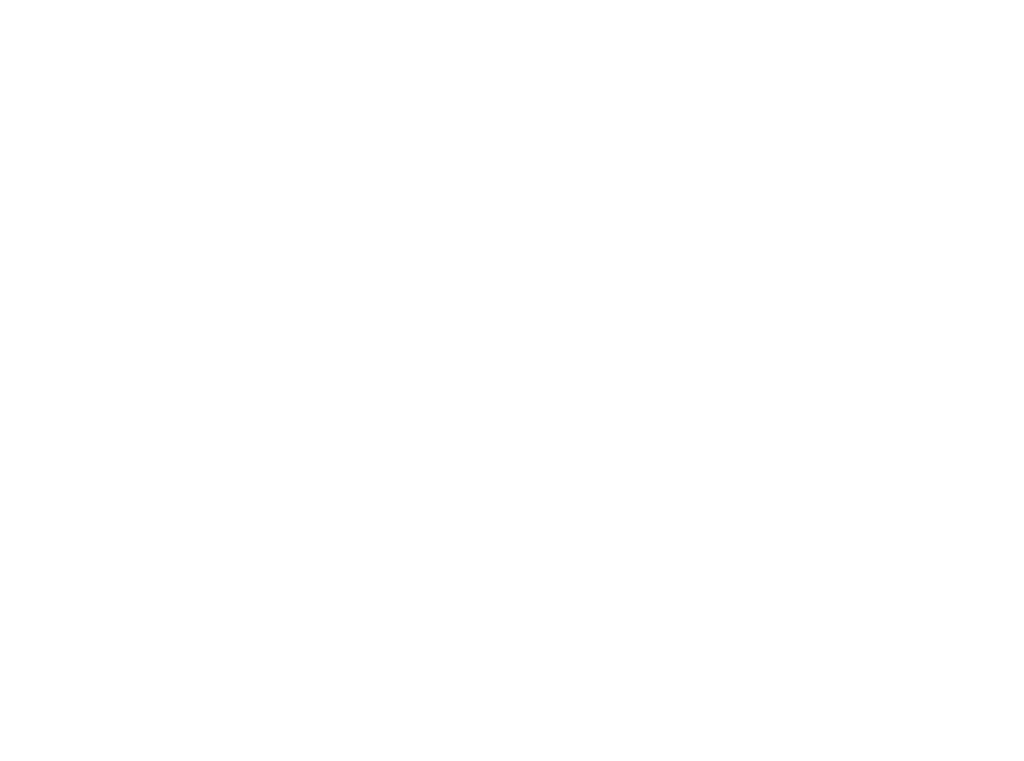
<source format=kicad_pcb>
(kicad_pcb
	(version 20240108)
	(generator "pcbnew")
	(generator_version "8.0")
	(general
		(thickness 1.6)
		(legacy_teardrops no)
	)
	(paper "A4")
	(layers
		(0 "F.Cu" signal)
		(31 "B.Cu" signal)
		(32 "B.Adhes" user "B.Adhesive")
		(33 "F.Adhes" user "F.Adhesive")
		(34 "B.Paste" user)
		(35 "F.Paste" user)
		(36 "B.SilkS" user "B.Silkscreen")
		(37 "F.SilkS" user "F.Silkscreen")
		(38 "B.Mask" user)
		(39 "F.Mask" user)
		(40 "Dwgs.User" user "User.Drawings")
		(41 "Cmts.User" user "User.Comments")
		(42 "Eco1.User" user "User.Eco1")
		(43 "Eco2.User" user "User.Eco2")
		(44 "Edge.Cuts" user)
		(45 "Margin" user)
		(46 "B.CrtYd" user "B.Courtyard")
		(47 "F.CrtYd" user "F.Courtyard")
		(48 "B.Fab" user)
		(49 "F.Fab" user)
		(50 "User.1" user)
		(51 "User.2" user)
		(52 "User.3" user)
		(53 "User.4" user)
		(54 "User.5" user)
		(55 "User.6" user)
		(56 "User.7" user)
		(57 "User.8" user)
		(58 "User.9" user)
	)
	(setup
		(pad_to_mask_clearance 0)
		(allow_soldermask_bridges_in_footprints no)
		(pcbplotparams
			(layerselection 0x00010fc_ffffffff)
			(plot_on_all_layers_selection 0x0000000_00000000)
			(disableapertmacros no)
			(usegerberextensions no)
			(usegerberattributes yes)
			(usegerberadvancedattributes yes)
			(creategerberjobfile yes)
			(dashed_line_dash_ratio 12.000000)
			(dashed_line_gap_ratio 3.000000)
			(svgprecision 4)
			(plotframeref no)
			(viasonmask no)
			(mode 1)
			(useauxorigin no)
			(hpglpennumber 1)
			(hpglpenspeed 20)
			(hpglpendiameter 15.000000)
			(pdf_front_fp_property_popups yes)
			(pdf_back_fp_property_popups yes)
			(dxfpolygonmode yes)
			(dxfimperialunits yes)
			(dxfusepcbnewfont yes)
			(psnegative no)
			(psa4output no)
			(plotreference yes)
			(plotvalue yes)
			(plotfptext yes)
			(plotinvisibletext no)
			(sketchpadsonfab no)
			(subtractmaskfromsilk no)
			(outputformat 1)
			(mirror no)
			(drillshape 1)
			(scaleselection 1)
			(outputdirectory "")
		)
	)
	(net 0 "")
	(gr_line
		(start 220 60)
		(end 220 32)
		(stroke
			(width 0.2)
			(type default)
		)
		(layer "Dwgs.User")
		(uuid "005b6fd7-bf98-4eda-8c6c-e40e2590c903")
	)
	(gr_line
		(start 281.5 58.5)
		(end 283.5 58.5)
		(stroke
			(width 0.2)
			(type default)
		)
		(layer "Dwgs.User")
		(uuid "035506c0-be8c-4cfc-be9e-1e13931daf7a")
	)
	(gr_arc
		(start 206.5 3.5)
		(mid 206.085786 2.5)
		(end 206.5 1.5)
		(stroke
			(width 0.2)
			(type default)
		)
		(layer "Dwgs.User")
		(uuid "04a3c1a2-ff18-448a-bb1e-b57612e2b0ba")
	)
	(gr_line
		(start 278 26)
		(end 283 29)
		(stroke
			(width 0.2)
			(type default)
		)
		(layer "Dwgs.User")
		(uuid "0a277dce-0949-4acd-8a50-b1e0b6f3a928")
	)
	(gr_circle
		(center 217.5 50)
		(end 218.5 50)
		(stroke
			(width 0.2)
			(type default)
		)
		(fill none)
		(layer "Dwgs.User")
		(uuid "0be0b91a-84ac-4a11-8ebd-b8aed6ef2628")
	)
	(gr_line
		(start 215 30)
		(end 206 33)
		(stroke
			(width 0.2)
			(type default)
		)
		(layer "Dwgs.User")
		(uuid "0e0930fc-ba4e-4108-8a9c-359bffb88cda")
	)
	(gr_line
		(start 206.5 58.5)
		(end 208.5 58.5)
		(stroke
			(width 0.2)
			(type default)
		)
		(layer "Dwgs.User")
		(uuid "13e08e9a-49b8-4419-89bb-86f19f30015f")
	)
	(gr_line
		(start 265 28)
		(end 256 31)
		(stroke
			(width 0.2)
			(type default)
		)
		(layer "Dwgs.User")
		(uuid "17684fa4-94fd-4d4f-8b2c-1461f10b2879")
	)
	(gr_line
		(start 256.5 1.5)
		(end 258.5 1.5)
		(stroke
			(width 0.2)
			(type default)
		)
		(layer "Dwgs.User")
		(uuid "18e817b8-c806-4f76-8b03-12b382fa172d")
	)
	(gr_line
		(start 206.5 56.5)
		(end 208.5 56.5)
		(stroke
			(width 0.2)
			(type default)
		)
		(layer "Dwgs.User")
		(uuid "1fdb8480-632c-468c-a481-51b7e177d549")
	)
	(gr_arc
		(start 208.5 1.5)
		(mid 208.914214 2.5)
		(end 208.5 3.5)
		(stroke
			(width 0.2)
			(type default)
		)
		(layer "Dwgs.User")
		(uuid "2251768e-de4d-4f19-9996-a5bc19dbe45a")
	)
	(gr_line
		(start 270 30)
		(end 265 28)
		(stroke
			(width 0.2)
			(type default)
		)
		(layer "Dwgs.User")
		(uuid "29d54c80-cbea-4b37-b884-691b52aa60fb")
	)
	(gr_line
		(start 220 0)
		(end 220 30)
		(stroke
			(width 0.2)
			(type default)
		)
		(layer "Dwgs.User")
		(uuid "2a9e19b2-3f6f-415a-82b2-3cb7beeb2c63")
	)
	(gr_line
		(start 283 29)
		(end 290 28)
		(stroke
			(width 0.2)
			(type default)
		)
		(layer "Dwgs.User")
		(uuid "2b512eb7-3670-49dc-b2eb-ca834d0ed4eb")
	)
	(gr_line
		(start 256 33)
		(end 250 32)
		(stroke
			(width 0.2)
			(type default)
		)
		(layer "Dwgs.User")
		(uuid "2de4b550-c76b-47e6-a1f9-8d16262fe289")
	)
	(gr_line
		(start 198 -3)
		(end 198 63)
		(stroke
			(width 0.2)
			(type default)
		)
		(layer "Dwgs.User")
		(uuid "36b2c7c3-d22c-45a9-a384-d4a26f72adef")
	)
	(gr_line
		(start 220 32)
		(end 215 30)
		(stroke
			(width 0.2)
			(type default)
		)
		(layer "Dwgs.User")
		(uuid "3c3825cb-29c5-4f02-86e6-49ac479db01a")
	)
	(gr_line
		(start 206.5 3.5)
		(end 208.5 3.5)
		(stroke
			(width 0.2)
			(type default)
		)
		(layer "Dwgs.User")
		(uuid "4971f3ed-7be5-4929-84d6-4902a4ca4f0c")
	)
	(gr_line
		(start 281.5 1.5)
		(end 283.5 1.5)
		(stroke
			(width 0.2)
			(type default)
		)
		(layer "Dwgs.User")
		(uuid "4a28f4f8-a702-4a77-bed4-848e8641cd7c")
	)
	(gr_arc
		(start 256.5 3.5)
		(mid 256.085786 2.5)
		(end 256.5 1.5)
		(stroke
			(width 0.2)
			(type default)
		)
		(layer "Dwgs.User")
		(uuid "512fc82a-3f15-47f5-869d-a3f697c47b83")
	)
	(gr_circle
		(center 257.5 10)
		(end 258.5 10)
		(stroke
			(width 0.2)
			(type default)
		)
		(fill none)
		(layer "Dwgs.User")
		(uuid "5475ecd6-77e4-4d0b-a8bd-ec7366261c0e")
	)
	(gr_line
		(start 278 28)
		(end 283 31)
		(stroke
			(width 0.2)
			(type default)
		)
		(layer "Dwgs.User")
		(uuid "55475b83-865d-4182-8889-dfd43ef3c952")
	)
	(gr_line
		(start 265 30)
		(end 256 33)
		(stroke
			(width 0.2)
			(type default)
		)
		(layer "Dwgs.User")
		(uuid "5f14d9c8-918d-49ae-be93-8c529394fc94")
	)
	(gr_line
		(start 220 30)
		(end 215 28)
		(stroke
			(width 0.2)
			(type default)
		)
		(layer "Dwgs.User")
		(uuid "6a6b2e6a-2543-45da-a65b-bb45e4e70f8e")
	)
	(gr_line
		(start 256.5 3.5)
		(end 258.5 3.5)
		(stroke
			(width 0.2)
			(type default)
		)
		(layer "Dwgs.User")
		(uuid "6b67ccf1-d51d-4ebb-86e2-5a046e3fc0ca")
	)
	(gr_circle
		(center 252.5 50)
		(end 253.5 50)
		(stroke
			(width 0.2)
			(type default)
		)
		(fill none)
		(layer "Dwgs.User")
		(uuid "707f013c-71f5-4c61-96f5-a400d1533a70")
	)
	(gr_circle
		(center 202.5 50)
		(end 203.5 50)
		(stroke
			(width 0.2)
			(type default)
		)
		(fill none)
		(layer "Dwgs.User")
		(uuid "711fc537-73b8-4339-8dbf-dea9d06f0ddb")
	)
	(gr_line
		(start 290 60)
		(end 290 30)
		(stroke
			(width 0.2)
			(type default)
		)
		(layer "Dwgs.User")
		(uuid "71cb0800-acaa-4d60-b2bb-8db72b7b7f87")
	)
	(gr_line
		(start 200 30)
		(end 200 0)
		(stroke
			(width 0.2)
			(type default)
		)
		(layer "Dwgs.User")
		(uuid "7454a752-d366-40c9-a8ae-622d648ff451")
	)
	(gr_arc
		(start 258.5 56.5)
		(mid 258.914214 57.5)
		(end 258.5 58.5)
		(stroke
			(width 0.2)
			(type default)
		)
		(layer "Dwgs.User")
		(uuid "7824ff03-39a0-42cb-88fd-33e1e0716ab6")
	)
	(gr_line
		(start 200 32)
		(end 200 60)
		(stroke
			(width 0.2)
			(type default)
		)
		(layer "Dwgs.User")
		(uuid "7b99f498-02bc-42a2-8432-c0adeb2992d2")
	)
	(gr_line
		(start 250 30)
		(end 250 0)
		(stroke
			(width 0.2)
			(type default)
		)
		(layer "Dwgs.User")
		(uuid "7d9b3ee4-2b2c-46dc-8b18-288a84d25e54")
	)
	(gr_line
		(start 222 -3)
		(end 222 63)
		(stroke
			(width 0.2)
			(type default)
		)
		(layer "Dwgs.User")
		(uuid "80506e28-ee16-4881-8202-9b779c41e472")
	)
	(gr_line
		(start 250 0)
		(end 290 0)
		(stroke
			(width 0.2)
			(type default)
		)
		(layer "Dwgs.User")
		(uuid "86275e91-2842-4f5e-8bb9-7313e924fd06")
	)
	(gr_arc
		(start 206.5 58.5)
		(mid 206.085786 57.5)
		(end 206.5 56.5)
		(stroke
			(width 0.2)
			(type default)
		)
		(layer "Dwgs.User")
		(uuid "8b4bfb47-82d6-4606-8142-11868de1da53")
	)
	(gr_line
		(start 206 33)
		(end 200 32)
		(stroke
			(width 0.2)
			(type default)
		)
		(layer "Dwgs.User")
		(uuid "8dbb2329-05e2-43d5-9e4f-8ce1e9fa53c2")
	)
	(gr_circle
		(center 207.5 50)
		(end 208.5 50)
		(stroke
			(width 0.2)
			(type default)
		)
		(fill none)
		(layer "Dwgs.User")
		(uuid "92bc73e6-aaf4-46a9-892e-4431d8058a92")
	)
	(gr_line
		(start 270 32)
		(end 265 30)
		(stroke
			(width 0.2)
			(type default)
		)
		(layer "Dwgs.User")
		(uuid "946d3802-cae9-45db-95c9-4048968b7597")
	)
	(gr_circle
		(center 262.5 50)
		(end 263.5 50)
		(stroke
			(width 0.2)
			(type default)
		)
		(fill none)
		(layer "Dwgs.User")
		(uuid "9b5855c4-e567-492c-aadd-36e79d90c1b0")
	)
	(gr_line
		(start 281.5 3.5)
		(end 283.5 3.5)
		(stroke
			(width 0.2)
			(type default)
		)
		(layer "Dwgs.User")
		(uuid "a0c7d46b-ef60-4079-b688-a87060b9213c")
	)
	(gr_line
		(start 248 -3)
		(end 248 63)
		(stroke
			(width 0.2)
			(type default)
		)
		(layer "Dwgs.User")
		(uuid "a136ddbc-dc03-4f02-b13a-2f20f60cff8d")
	)
	(gr_line
		(start 200 60)
		(end 220 60)
		(stroke
			(width 0.2)
			(type default)
		)
		(layer "Dwgs.User")
		(uuid "a6fa9ee7-2ce7-4cb3-a0f3-f7c976dc2c7a")
	)
	(gr_line
		(start 250 32)
		(end 250 60)
		(stroke
			(width 0.2)
			(type default)
		)
		(layer "Dwgs.User")
		(uuid "aac5e751-362f-4145-8ecc-31ecc967ceb2")
	)
	(gr_arc
		(start 208.5 56.5)
		(mid 208.914214 57.5)
		(end 208.5 58.5)
		(stroke
			(width 0.2)
			(type default)
		)
		(layer "Dwgs.User")
		(uuid "b35411d7-d560-4870-926d-76bf426d5918")
	)
	(gr_line
		(start 290 0)
		(end 290 28)
		(stroke
			(width 0.2)
			(type default)
		)
		(layer "Dwgs.User")
		(uuid "b7c6e58b-8d73-4399-a2b4-76903a9bf04f")
	)
	(gr_line
		(start 256.5 58.5)
		(end 258.5 58.5)
		(stroke
			(width 0.2)
			(type default)
		)
		(layer "Dwgs.User")
		(uuid "bde9fea9-380d-4597-9f75-617051438477")
	)
	(gr_line
		(start 292 -3)
		(end 292 63)
		(stroke
			(width 0.2)
			(type default)
		)
		(layer "Dwgs.User")
		(uuid "c6e4898e-7780-427a-9778-505146517a49")
	)
	(gr_arc
		(start 258.5 1.5)
		(mid 258.914214 2.5)
		(end 258.5 3.5)
		(stroke
			(width 0.2)
			(type default)
		)
		(layer "Dwgs.User")
		(uuid "c84c205f-79c2-420d-8506-2e63cf7eaec6")
	)
	(gr_line
		(start 270 30)
		(end 278 26)
		(stroke
			(width 0.2)
			(type default)
		)
		(layer "Dwgs.User")
		(uuid "c98dd7d5-0112-4aec-a52e-9bc87f69382f")
	)
	(gr_arc
		(start 283.5 1.5)
		(mid 283.914214 2.5)
		(end 283.5 3.5)
		(stroke
			(width 0.2)
			(type default)
		)
		(layer "Dwgs.User")
		(uuid "cc04359e-da2f-49e8-980a-a44b7ff54d62")
	)
	(gr_arc
		(start 281.5 58.5)
		(mid 281.085786 57.5)
		(end 281.5 56.5)
		(stroke
			(width 0.2)
			(type default)
		)
		(layer "Dwgs.User")
		(uuid "cf70cb1b-29cd-4924-b47c-a149d7369f85")
	)
	(gr_line
		(start 200 0)
		(end 220 0)
		(stroke
			(width 0.2)
			(type default)
		)
		(layer "Dwgs.User")
		(uuid "d1906b39-8255-4b94-8667-2beba6703a83")
	)
	(gr_line
		(start 206.5 1.5)
		(end 208.5 1.5)
		(stroke
			(width 0.2)
			(type default)
		)
		(layer "Dwgs.User")
		(uuid "d1f26335-e86e-445c-9f05-09d03d92947a")
	)
	(gr_line
		(start 215 28)
		(end 206 31)
		(stroke
			(width 0.2)
			(type default)
		)
		(layer "Dwgs.User")
		(uuid "d5c997e3-16d5-4029-b483-e0ee1162719b")
	)
	(gr_line
		(start 270 32)
		(end 278 28)
		(stroke
			(width 0.2)
			(type default)
		)
		(layer "Dwgs.User")
		(uuid "d80997e3-bf71-4148-9ff3-b9c2e56c2af4")
	)
	(gr_line
		(start 256.5 56.5)
		(end 258.5 56.5)
		(stroke
			(width 0.2)
			(type default)
		)
		(layer "Dwgs.User")
		(uuid "d8975a80-7f25-455f-b299-37c194513e7a")
	)
	(gr_line
		(start 256 31)
		(end 250 30)
		(stroke
			(width 0.2)
			(type default)
		)
		(layer "Dwgs.User")
		(uuid "dab772ba-0829-45fb-a06e-96bba173a94e")
	)
	(gr_circle
		(center 257.5 50)
		(end 258.5 50)
		(stroke
			(width 0.2)
			(type default)
		)
		(fill none)
		(layer "Dwgs.User")
		(uuid "de116f2c-4524-4b7a-ba0d-169c1228249c")
	)
	(gr_line
		(start 283 31)
		(end 290 30)
		(stroke
			(width 0.2)
			(type default)
		)
		(layer "Dwgs.User")
		(uuid "e2103afa-c7cd-407b-bcad-486a6ca806cb")
	)
	(gr_line
		(start 206 31)
		(end 200 30)
		(stroke
			(width 0.2)
			(type default)
		)
		(layer "Dwgs.User")
		(uuid "e287bad7-1f00-4214-b5f8-5e787f2e62ef")
	)
	(gr_line
		(start 250 60)
		(end 290 60)
		(stroke
			(width 0.2)
			(type default)
		)
		(layer "Dwgs.User")
		(uuid "e29e7c63-c66e-4d73-aff8-f1e16e58198e")
	)
	(gr_arc
		(start 256.5 58.5)
		(mid 256.085786 57.5)
		(end 256.5 56.5)
		(stroke
			(width 0.2)
			(type default)
		)
		(layer "Dwgs.User")
		(uuid "e390581f-326a-4a85-b48b-0cab80fc860f")
	)
	(gr_arc
		(start 283.5 56.5)
		(mid 283.914214 57.5)
		(end 283.5 58.5)
		(stroke
			(width 0.2)
			(type default)
		)
		(layer "Dwgs.User")
		(uuid "e3e18fa9-3307-4dc0-9e67-70a1eb93414c")
	)
	(gr_arc
		(start 281.5 3.5)
		(mid 281.085786 2.5)
		(end 281.5 1.5)
		(stroke
			(width 0.2)
			(type default)
		)
		(layer "Dwgs.User")
		(uuid "e78440e8-2752-4f19-bda1-5ff06c23c7ef")
	)
	(gr_line
		(start 281.5 56.5)
		(end 283.5 56.5)
		(stroke
			(width 0.2)
			(type default)
		)
		(layer "Dwgs.User")
		(uuid "ecc35ad5-34d0-4804-89b0-6c79792d8f43")
	)
	(gr_circle
		(center 207.5 10)
		(end 208.5 10)
		(stroke
			(width 0.2)
			(type default)
		)
		(fill none)
		(layer "Dwgs.User")
		(uuid "efa09b4d-5498-4767-bd65-f0537200117a")
	)
	(gr_circle
		(center 267.5 50)
		(end 268.5 50)
		(stroke
			(width 0.2)
			(type default)
		)
		(fill none)
		(layer "Dwgs.User")
		(uuid "fd9b7942-0c3b-437a-9c7f-ac44ef00688e")
	)
	(gr_circle
		(center 212.5 50)
		(end 213.5 50)
		(stroke
			(width 0.2)
			(type default)
		)
		(fill none)
		(layer "Dwgs.User")
		(uuid "febd39e5-34ef-4ba5-b5bc-96bc66aa2c7b")
	)
	(gr_text "2 module\nunit"
		(at 270 20 0)
		(layer "Cmts.User")
		(uuid "025a6862-3cbc-45d3-9851-6b540f1475a3")
		(effects
			(font
				(size 1.5 1.5)
				(thickness 0.3)
				(bold yes)
			)
		)
	)
	(gr_text "1 module\nunit"
		(at 210 20 0)
		(layer "Cmts.User")
		(uuid "5cf556e2-3fab-4bd4-b7f8-c541a5d96d85")
		(effects
			(font
				(size 1.5 1.5)
				(thickness 0.3)
				(bold yes)
			)
		)
	)
	(gr_text "Note: other holes\nare helper holes for\nthe front bracket\nalignment only."
		(at 264 43 0)
		(layer "Cmts.User")
		(uuid "b6ee6e77-a8c3-46a9-b9d3-2cd306b3fefa")
		(effects
			(font
				(size 0.8 0.8)
				(thickness 0.15)
				(bold yes)
			)
			(justify left top)
		)
	)
	(dimension
		(type leader)
		(layer "Cmts.User")
		(uuid "1474c8b1-dc72-4941-92a5-04ac4f41de9b")
		(pts
			(xy 248 2.5) (xy 244.5 5.5)
		)
		(gr_text "HP line"
			(at 240.5 5.5 0)
			(layer "Cmts.User")
			(uuid "1474c8b1-dc72-4941-92a5-04ac4f41de9b")
			(effects
				(font
					(size 0.8 0.8)
					(thickness 0.15)
				)
			)
		)
		(format
			(prefix "")
			(suffix "")
			(units 0)
			(units_format 0)
			(precision 4)
			(override_value "HP line")
		)
		(style
			(thickness 0.2)
			(arrow_length 1.27)
			(text_position_mode 0)
			(text_frame 1)
			(extension_offset 0.5)
		)
	)
	(dimension
		(type leader)
		(layer "Cmts.User")
		(uuid "28850c0e-03d7-44b4-991b-1b887aa98bf6")
		(pts
			(xy 258 49) (xy 262 40)
		)
		(gr_text "PCB holder hole"
			(at 270 40 0)
			(layer "Cmts.User")
			(uuid "28850c0e-03d7-44b4-991b-1b887aa98bf6")
			(effects
				(font
					(size 0.8 0.8)
					(thickness 0.15)
				)
			)
		)
		(format
			(prefix "")
			(suffix "")
			(units 0)
			(units_format 0)
			(precision 4)
			(override_value "PCB holder hole")
		)
		(style
			(thickness 0.2)
			(arrow_length 1.27)
			(text_position_mode 0)
			(text_frame 1)
			(extension_offset 0.5)
		)
	)
	(dimension
		(type leader)
		(layer "Cmts.User")
		(uuid "4adb7d00-4bf1-4710-babf-a8623596e448")
		(pts
			(xy 292 7) (xy 288.5 10)
		)
		(gr_text "HP line"
			(at 284.5 10 0)
			(layer "Cmts.User")
			(uuid "4adb7d00-4bf1-4710-babf-a8623596e448")
			(effects
				(font
					(size 0.8 0.8)
					(thickness 0.15)
				)
			)
		)
		(format
			(prefix "")
			(suffix "")
			(units 0)
			(units_format 0)
			(precision 4)
			(override_value "HP line")
		)
		(style
			(thickness 0.2)
			(arrow_length 1.27)
			(text_position_mode 0)
			(text_frame 1)
			(extension_offset 0.5)
		)
	)
	(dimension
		(type leader)
		(layer "Cmts.User")
		(uuid "4b88ce14-b867-4805-8d21-d83c9ac6dcb1")
		(pts
			(xy 258.5 11) (xy 262 15)
		)
		(gr_text "PCB holder hole"
			(at 270 15 0)
			(layer "Cmts.User")
			(uuid "4b88ce14-b867-4805-8d21-d83c9ac6dcb1")
			(effects
				(font
					(size 0.8 0.8)
					(thickness 0.15)
				)
			)
		)
		(format
			(prefix "")
			(suffix "")
			(units 0)
			(units_format 0)
			(precision 4)
			(override_value "PCB holder hole")
		)
		(style
			(thickness 0.2)
			(arrow_length 1.27)
			(text_position_mode 0)
			(text_frame 1)
			(extension_offset 0.5)
		)
	)
	(dimension
		(type leader)
		(layer "Cmts.User")
		(uuid "936b060f-df2b-480e-b765-c0608e7c74d9")
		(pts
			(xy 222 -2) (xy 225 -5)
		)
		(gr_text "HP line"
			(at 230 -5 0)
			(layer "Cmts.User")
			(uuid "936b060f-df2b-480e-b765-c0608e7c74d9")
			(effects
				(font
					(size 0.8 0.8)
					(thickness 0.15)
				)
			)
		)
		(format
			(prefix "")
			(suffix "")
			(units 0)
			(units_format 0)
			(precision 4)
			(override_value "HP line")
		)
		(style
			(thickness 0.2)
			(arrow_length 1.27)
			(text_position_mode 0)
			(text_frame 1)
			(extension_offset 0.5)
		)
	)
	(dimension
		(type leader)
		(layer "Cmts.User")
		(uuid "b82f3582-5bdb-4758-9734-24da98a0336b")
		(pts
			(xy 208.5 56.5) (xy 210.5 54)
		)
		(gr_text "D5.9"
			(at 213 54 0)
			(layer "Cmts.User")
			(uuid "b82f3582-5bdb-4758-9734-24da98a0336b")
			(effects
				(font
					(size 0.8 0.8)
					(thickness 0.15)
				)
			)
		)
		(format
			(prefix "")
			(suffix "")
			(units 0)
			(units_format 0)
			(precision 4)
			(override_value "D5.9")
		)
		(style
			(thickness 0.2)
			(arrow_length 1.27)
			(text_position_mode 0)
			(text_frame 0)
			(extension_offset 0.5)
		)
	)
	(dimension
		(type orthogonal)
		(layer "Cmts.User")
		(uuid "1e90689f-732a-4fc7-9870-97bc721b27f0")
		(pts
			(xy 198 -3) (xy 207.5 9)
		)
		(height -2.5)
		(orientation 0)
		(gr_text "7.62 mm"
			(at 202.75 -6.45 0)
			(layer "Cmts.User")
			(uuid "1e90689f-732a-4fc7-9870-97bc721b27f0")
			(effects
				(font
					(size 0.8 0.8)
					(thickness 0.15)
				)
			)
		)
		(format
			(prefix "")
			(suffix "")
			(units 3)
			(units_format 1)
			(precision 2)
			(override_value "7.62")
		)
		(style
			(thickness 0.2)
			(arrow_length 1.27)
			(text_position_mode 0)
			(extension_height 0.58642)
			(extension_offset 0.5) keep_text_aligned)
	)
	(dimension
		(type orthogonal)
		(layer "Cmts.User")
		(uuid "1eae1424-74d9-420b-9ae8-c9750c8f5df7")
		(pts
			(xy 250 60) (xy 290 60)
		)
		(height 5)
		(orientation 0)
		(gr_text "40.34 mm"
			(at 270 64.05 0)
			(layer "Cmts.User")
			(uuid "1eae1424-74d9-420b-9ae8-c9750c8f5df7")
			(effects
				(font
					(size 0.8 0.8)
					(thickness 0.15)
				)
			)
		)
		(format
			(prefix "")
			(suffix "")
			(units 3)
			(units_format 1)
			(precision 2)
			(override_value "40.34")
		)
		(style
			(thickness 0.2)
			(arrow_length 1.27)
			(text_position_mode 0)
			(extension_height 0.58642)
			(extension_offset 0.5) keep_text_aligned)
	)
	(dimension
		(type orthogonal)
		(layer "Cmts.User")
		(uuid "2017928f-c6d0-4085-8968-a0c1dcd1738f")
		(pts
			(xy 198 50) (xy 207.5 49)
		)
		(height -3)
		(orientation 0)
		(gr_text "7.62 mm"
			(at 203.5 45.5 0)
			(layer "Cmts.User")
			(uuid "2017928f-c6d0-4085-8968-a0c1dcd1738f")
			(effects
				(font
					(size 0.8 0.8)
					(thickness 0.15)
				)
			)
		)
		(format
			(prefix "")
			(suffix "")
			(units 3)
			(units_format 1)
			(precision 2)
			(override_value "7.62")
		)
		(style
			(thickness 0.2)
			(arrow_length 1.27)
			(text_position_mode 2)
			(extension_height 0.58642)
			(extension_offset 0.5) keep_text_aligned)
	)
	(dimension
		(type orthogonal)
		(layer "Cmts.User")
		(uuid "25a84272-a22a-43d7-8ba5-fb514ce8cd4a")
		(pts
			(xy 209 2.5) (xy 209 57.5)
		)
		(height 17)
		(orientation 1)
		(gr_text "122.5 mm"
			(at 225.05 30 90)
			(layer "Cmts.User")
			(uuid "25a84272-a22a-43d7-8ba5-fb514ce8cd4a")
			(effects
				(font
					(size 0.8 0.8)
					(thickness 0.15)
				)
			)
		)
		(format
			(prefix "")
			(suffix "")
			(units 3)
			(units_format 1)
			(precision 2)
			(override_value "122.5")
		)
		(style
			(thickness 0.2)
			(arrow_length 1.27)
			(text_position_mode 0)
			(extension_height 0.58642)
			(extension_offset 0.5) keep_text_aligned)
	)
	(dimension
		(type orthogonal)
		(layer "Cmts.User")
		(uuid "32eb195d-e0b7-4520-add5-a48b1a590da5")
		(pts
			(xy 200 60) (xy 220 60)
		)
		(height 5)
		(orientation 0)
		(gr_text "20.02 mm"
			(at 210 64.05 0)
			(layer "Cmts.User")
			(uuid "32eb195d-e0b7-4520-add5-a48b1a590da5")
			(effects
				(font
					(size 0.8 0.8)
					(thickness 0.15)
				)
			)
		)
		(format
			(prefix "")
			(suffix "")
			(units 3)
			(units_format 1)
			(precision 2)
			(override_value "20.02")
		)
		(style
			(thickness 0.2)
			(arrow_length 1.27)
			(text_position_mode 0)
			(extension_height 0.58642)
			(extension_offset 0.5) keep_text_aligned)
	)
	(dimension
		(type orthogonal)
		(layer "Cmts.User")
		(uuid "33b4854f-db12-41a7-9677-55405af8fc7a")
		(pts
			(xy 198 63) (xy 222 63)
		)
		(height 7)
		(orientation 0)
		(gr_text "20.32 mm"
			(at 210 69.05 0)
			(layer "Cmts.User")
			(uuid "33b4854f-db12-41a7-9677-55405af8fc7a")
			(effects
				(font
					(size 0.8 0.8)
					(thickness 0.15)
				)
			)
		)
		(format
			(prefix "")
			(suffix "")
			(units 3)
			(units_format 1)
			(precision 2)
			(override_value "20.32")
		)
		(style
			(thickness 0.2)
			(arrow_length 1.27)
			(text_position_mode 0)
			(extension_height 0.58642)
			(extension_offset 0.5) keep_text_aligned)
	)
	(dimension
		(type orthogonal)
		(layer "Cmts.User")
		(uuid "3ccda0fc-ed2a-4f4a-ab3c-9a0d87fe528a")
		(pts
			(xy 248 50) (xy 257.5 49)
		)
		(height -3)
		(orientation 0)
		(gr_text "7.62 mm"
			(at 253.5 45.5 0)
			(layer "Cmts.User")
			(uuid "3ccda0fc-ed2a-4f4a-ab3c-9a0d87fe528a")
			(effects
				(font
					(size 0.8 0.8)
					(thickness 0.15)
				)
			)
		)
		(format
			(prefix "")
			(suffix "")
			(units 3)
			(units_format 1)
			(precision 2)
			(override_value "7.62")
		)
		(style
			(thickness 0.2)
			(arrow_length 1.27)
			(text_position_mode 2)
			(extension_height 0.58642)
			(extension_offset 0.5) keep_text_aligned)
	)
	(dimension
		(type orthogonal)
		(layer "Cmts.User")
		(uuid "83e65d0d-ec68-4065-8eca-4ba9b55d0d98")
		(pts
			(xy 282.5 1.5) (xy 292 -2.5)
		)
		(height -7)
		(orientation 0)
		(gr_text "7.62 mm"
			(at 287.25 -6.45 0)
			(layer "Cmts.User")
			(uuid "83e65d0d-ec68-4065-8eca-4ba9b55d0d98")
			(effects
				(font
					(size 0.8 0.8)
					(thickness 0.15)
				)
			)
		)
		(format
			(prefix "")
			(suffix "")
			(units 3)
			(units_format 1)
			(precision 2)
			(override_value "7.62")
		)
		(style
			(thickness 0.2)
			(arrow_length 1.27)
			(text_position_mode 0)
			(extension_height 0.58642)
			(extension_offset 0.5) keep_text_aligned)
	)
	(dimension
		(type orthogonal)
		(layer "Cmts.User")
		(uuid "9ca2fbc6-ca1c-4fdf-a183-a322d5f74f31")
		(pts
			(xy 220 0) (xy 220 60)
		)
		(height 10)
		(orientation 1)
		(gr_text "128.40 mm"
			(at 229.05 30 90)
			(layer "Cmts.User")
			(uuid "9ca2fbc6-ca1c-4fdf-a183-a322d5f74f31")
			(effects
				(font
					(size 0.8 0.8)
					(thickness 0.15)
				)
			)
		)
		(format
			(prefix "")
			(suffix "")
			(units 3)
			(units_format 1)
			(precision 2)
			(override_value "128.40")
		)
		(style
			(thickness 0.2)
			(arrow_length 1.27)
			(text_position_mode 0)
			(extension_height 0.58642)
			(extension_offset 0.5) keep_text_aligned)
	)
	(dimension
		(type orthogonal)
		(layer "Cmts.User")
		(uuid "9effbd19-5ab0-48ad-bc15-374d2138ffd6")
		(pts
			(xy 206.5 56.5) (xy 206.5 58.5)
		)
		(height -3)
		(orientation 1)
		(gr_text "3.30 mm"
			(at 204 55.5 0)
			(layer "Cmts.User")
			(uuid "9effbd19-5ab0-48ad-bc15-374d2138ffd6")
			(effects
				(font
					(size 0.8 0.8)
					(thickness 0.15)
				)
			)
		)
		(format
			(prefix "")
			(suffix "")
			(units 3)
			(units_format 1)
			(precision 2)
			(override_value "3.30")
		)
		(style
			(thickness 0.2)
			(arrow_length 1.27)
			(text_position_mode 2)
			(extension_height 0.58642)
			(extension_offset 0.5)
		)
	)
	(dimension
		(type orthogonal)
		(layer "Cmts.User")
		(uuid "a2ba2b6f-5fef-4899-a00e-22ba95c5be7f")
		(pts
			(xy 206.5 10) (xy 202.5 50)
		)
		(height -15)
		(orientation 1)
		(gr_text "99.00 mm"
			(at 190.55 30 90)
			(layer "Cmts.User")
			(uuid "a2ba2b6f-5fef-4899-a00e-22ba95c5be7f")
			(effects
				(font
					(size 0.8 0.8)
					(thickness 0.15)
				)
			)
		)
		(format
			(prefix "")
			(suffix "")
			(units 3)
			(units_format 1)
			(precision 2)
			(override_value "99.00")
		)
		(style
			(thickness 0.2)
			(arrow_length 1.27)
			(text_position_mode 0)
			(extension_height 0.58642)
			(extension_offset 0.5) keep_text_aligned)
	)
	(dimension
		(type orthogonal)
		(layer "Cmts.User")
		(uuid "c20861f0-2c20-410f-ba94-7e6536e9d525")
		(pts
			(xy 248 -3) (xy 257.5 9)
		)
		(height -2.5)
		(orientation 0)
		(gr_text "7.62 mm"
			(at 252.75 -6.45 0)
			(layer "Cmts.User")
			(uuid "c20861f0-2c20-410f-ba94-7e6536e9d525")
			(effects
				(font
					(size 0.8 0.8)
					(thickness 0.15)
				)
			)
		)
		(format
			(prefix "")
			(suffix "")
			(units 3)
			(units_format 1)
			(precision 2)
			(override_value "7.62")
		)
		(style
			(thickness 0.2)
			(arrow_length 1.27)
			(text_position_mode 0)
			(extension_height 0.58642)
			(extension_offset 0.5) keep_text_aligned)
	)
	(dimension
		(type orthogonal)
		(layer "Cmts.User")
		(uuid "d68ef04c-679c-43aa-9daa-0f164ec4810e")
		(pts
			(xy 212.5 49) (xy 217.5 49)
		)
		(height -2)
		(orientation 0)
		(gr_text "5.08 mm"
			(at 215 45.5 0)
			(layer "Cmts.User")
			(uuid "d68ef04c-679c-43aa-9daa-0f164ec4810e")
			(effects
				(font
					(size 0.8 0.8)
					(thickness 0.15)
				)
			)
		)
		(format
			(prefix "")
			(suffix "")
			(units 3)
			(units_format 1)
			(precision 2)
			(override_value "5.08")
		)
		(style
			(thickness 0.2)
			(arrow_length 1.27)
			(text_position_mode 2)
			(extension_height 0.58642)
			(extension_offset 0.5) keep_text_aligned)
	)
	(dimension
		(type orthogonal)
		(layer "Cmts.User")
		(uuid "e59cf118-62ee-4e4a-9c1a-cc93db72c418")
		(pts
			(xy 248 63) (xy 292 63)
		)
		(height 7)
		(orientation 0)
		(gr_text "40.64 mm"
			(at 270 69.05 0)
			(layer "Cmts.User")
			(uuid "e59cf118-62ee-4e4a-9c1a-cc93db72c418")
			(effects
				(font
					(size 0.8 0.8)
					(thickness 0.15)
				)
			)
		)
		(format
			(prefix "")
			(suffix "")
			(units 3)
			(units_format 1)
			(precision 2)
			(override_value "40.64")
		)
		(style
			(thickness 0.2)
			(arrow_length 1.27)
			(text_position_mode 0)
			(extension_height 0.58642)
			(extension_offset 0.5) keep_text_aligned)
	)
)

</source>
